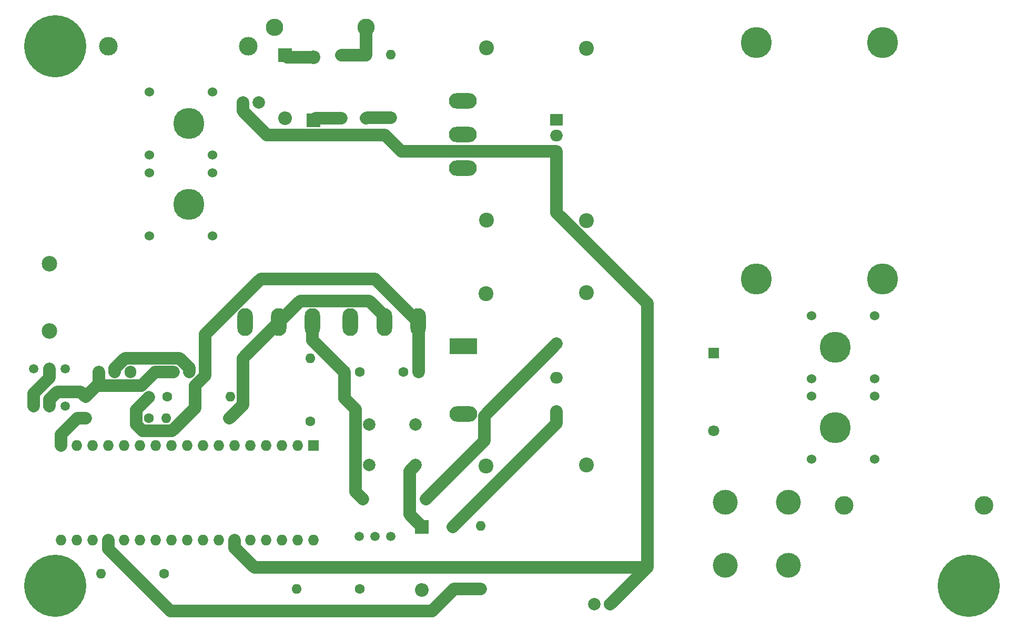
<source format=gbr>
%TF.GenerationSoftware,KiCad,Pcbnew,(5.1.8)-1*%
%TF.CreationDate,2020-11-22T17:52:55+01:00*%
%TF.ProjectId,dcconverter,6463636f-6e76-4657-9274-65722e6b6963,rev?*%
%TF.SameCoordinates,Original*%
%TF.FileFunction,Copper,L4,Bot*%
%TF.FilePolarity,Positive*%
%FSLAX46Y46*%
G04 Gerber Fmt 4.6, Leading zero omitted, Abs format (unit mm)*
G04 Created by KiCad (PCBNEW (5.1.8)-1) date 2020-11-22 17:52:55*
%MOMM*%
%LPD*%
G01*
G04 APERTURE LIST*
%TA.AperFunction,ComponentPad*%
%ADD10C,10.000000*%
%TD*%
%TA.AperFunction,WasherPad*%
%ADD11C,2.400000*%
%TD*%
%TA.AperFunction,ComponentPad*%
%ADD12O,1.727200X1.727200*%
%TD*%
%TA.AperFunction,ComponentPad*%
%ADD13R,1.727200X1.727200*%
%TD*%
%TA.AperFunction,ComponentPad*%
%ADD14O,1.600000X1.600000*%
%TD*%
%TA.AperFunction,ComponentPad*%
%ADD15C,1.600000*%
%TD*%
%TA.AperFunction,ComponentPad*%
%ADD16C,1.500000*%
%TD*%
%TA.AperFunction,ComponentPad*%
%ADD17O,1.905000X2.000000*%
%TD*%
%TA.AperFunction,ComponentPad*%
%ADD18C,1.905000*%
%TD*%
%TA.AperFunction,ComponentPad*%
%ADD19O,2.500000X4.500000*%
%TD*%
%TA.AperFunction,ComponentPad*%
%ADD20O,2.000000X1.905000*%
%TD*%
%TA.AperFunction,ComponentPad*%
%ADD21O,4.500000X2.500000*%
%TD*%
%TA.AperFunction,ComponentPad*%
%ADD22C,5.000000*%
%TD*%
%TA.AperFunction,ComponentPad*%
%ADD23C,2.000000*%
%TD*%
%TA.AperFunction,WasherPad*%
%ADD24C,1.524000*%
%TD*%
%TA.AperFunction,ComponentPad*%
%ADD25C,4.000000*%
%TD*%
%TA.AperFunction,ComponentPad*%
%ADD26C,2.500000*%
%TD*%
%TA.AperFunction,ComponentPad*%
%ADD27R,2.000000X1.905000*%
%TD*%
%TA.AperFunction,ComponentPad*%
%ADD28C,3.000000*%
%TD*%
%TA.AperFunction,ComponentPad*%
%ADD29O,2.800000X2.800000*%
%TD*%
%TA.AperFunction,ComponentPad*%
%ADD30C,2.800000*%
%TD*%
%TA.AperFunction,ComponentPad*%
%ADD31O,2.200000X2.200000*%
%TD*%
%TA.AperFunction,ComponentPad*%
%ADD32R,2.200000X2.200000*%
%TD*%
%TA.AperFunction,ComponentPad*%
%ADD33R,4.500000X2.500000*%
%TD*%
%TA.AperFunction,ComponentPad*%
%ADD34R,1.600000X1.600000*%
%TD*%
%TA.AperFunction,ComponentPad*%
%ADD35C,1.800000*%
%TD*%
%TA.AperFunction,ComponentPad*%
%ADD36R,1.800000X1.800000*%
%TD*%
%TA.AperFunction,Conductor*%
%ADD37C,2.000000*%
%TD*%
G04 APERTURE END LIST*
D10*
%TO.P,REF\u002A\u002A,1*%
%TO.N,N/C*%
X168500000Y-108500000D03*
%TD*%
%TO.P,REF\u002A\u002A,1*%
%TO.N,N/C*%
X21500000Y-108500000D03*
%TD*%
%TO.P,REF\u002A\u002A,1*%
%TO.N,N/C*%
X21500000Y-21500000D03*
%TD*%
D11*
%TO.P,HS-Q2,*%
%TO.N,*%
X106990000Y-61215000D03*
X106990000Y-89015000D03*
%TD*%
%TO.P,HS-Q1,*%
%TO.N,*%
X90830000Y-61405000D03*
X90830000Y-89205000D03*
%TD*%
%TO.P,HS-IC1,*%
%TO.N,*%
X106990000Y-21825000D03*
X106990000Y-49625000D03*
%TD*%
%TO.P,HS-D1,*%
%TO.N,*%
X90855000Y-21745000D03*
X90855000Y-49545000D03*
%TD*%
D12*
%TO.P,XA1,MISO*%
%TO.N,N/C*%
X60520000Y-101120000D03*
%TO.P,XA1,A5*%
X42740000Y-101120000D03*
%TO.P,XA1,A4*%
X40200000Y-101120000D03*
%TO.P,XA1,A3*%
X37660000Y-101120000D03*
%TO.P,XA1,A2*%
X35120000Y-101120000D03*
%TO.P,XA1,A1*%
%TO.N,Net-(R12-Pad1)*%
X32580000Y-101120000D03*
%TO.P,XA1,*%
%TO.N,*%
X47820000Y-101120000D03*
%TO.P,XA1,D11*%
%TO.N,Net-(R11-Pad2)*%
X24960000Y-85880000D03*
%TO.P,XA1,D12*%
%TO.N,Net-(R8-Pad2)*%
X22420000Y-85880000D03*
%TO.P,XA1,D13*%
%TO.N,Net-(R7-Pad2)*%
X22420000Y-101120000D03*
%TO.P,XA1,AREF*%
%TO.N,N/C*%
X27500000Y-101120000D03*
%TO.P,XA1,D10*%
X27500000Y-85880000D03*
%TO.P,XA1,D9*%
X30040000Y-85880000D03*
%TO.P,XA1,D8*%
X32580000Y-85880000D03*
%TO.P,XA1,D7*%
X35120000Y-85880000D03*
%TO.P,XA1,D6*%
X37660000Y-85880000D03*
%TO.P,XA1,D5*%
X40200000Y-85880000D03*
%TO.P,XA1,D4*%
X42740000Y-85880000D03*
%TO.P,XA1,D3*%
X45280000Y-85880000D03*
%TO.P,XA1,D2*%
X47820000Y-85880000D03*
%TO.P,XA1,D1*%
X57980000Y-85880000D03*
%TO.P,XA1,D0*%
X55440000Y-85880000D03*
%TO.P,XA1,SS*%
X60520000Y-85880000D03*
%TO.P,XA1,RST1*%
X52900000Y-101120000D03*
%TO.P,XA1,3V3*%
X24960000Y-101120000D03*
%TO.P,XA1,5V*%
%TO.N,Net-(IC1-Pad3)*%
X50360000Y-101120000D03*
%TO.P,XA1,GND1*%
%TO.N,Net-(C1-Pad2)*%
X55440000Y-101120000D03*
%TO.P,XA1,GND2*%
%TO.N,N/C*%
X50360000Y-85880000D03*
%TO.P,XA1,VIN*%
X57980000Y-101120000D03*
%TO.P,XA1,A0*%
%TO.N,Net-(R1-Pad2)*%
X30040000Y-101120000D03*
%TO.P,XA1,SCK*%
%TO.N,N/C*%
X63060000Y-101120000D03*
D13*
%TO.P,XA1,MOSI*%
X63060000Y-85880000D03*
D12*
%TO.P,XA1,RST2*%
X52900000Y-85880000D03*
%TO.P,XA1,*%
%TO.N,*%
X45280000Y-101120000D03*
%TD*%
D14*
%TO.P,R13,2*%
%TO.N,Net-(R12-Pad1)*%
X71500000Y-33160000D03*
D15*
%TO.P,R13,1*%
%TO.N,Net-(D5-Pad1)*%
X71500000Y-23000000D03*
%TD*%
D14*
%TO.P,R12,2*%
%TO.N,Net-(C1-Pad2)*%
X75500000Y-22840000D03*
D15*
%TO.P,R12,1*%
%TO.N,Net-(R12-Pad1)*%
X75500000Y-33000000D03*
%TD*%
D14*
%TO.P,R11,2*%
%TO.N,Net-(R11-Pad2)*%
X60340000Y-109000000D03*
D15*
%TO.P,R11,1*%
%TO.N,Net-(Q10-Pad2)*%
X70500000Y-109000000D03*
%TD*%
D14*
%TO.P,R10,2*%
%TO.N,Net-(Q10-Pad3)*%
X81160000Y-94500000D03*
D15*
%TO.P,R10,1*%
%TO.N,Net-(C3-Pad1)*%
X71000000Y-94500000D03*
%TD*%
D14*
%TO.P,R9,2*%
%TO.N,Net-(Q5-Pad3)*%
X26340000Y-78000000D03*
D15*
%TO.P,R9,1*%
%TO.N,Net-(C5-Pad1)*%
X36500000Y-78000000D03*
%TD*%
D14*
%TO.P,R8,2*%
%TO.N,Net-(R8-Pad2)*%
X26340000Y-81500000D03*
D15*
%TO.P,R8,1*%
%TO.N,Net-(Q6-Pad2)*%
X36500000Y-81500000D03*
%TD*%
D14*
%TO.P,R7,2*%
%TO.N,Net-(R7-Pad2)*%
X28840000Y-106500000D03*
D15*
%TO.P,R7,1*%
%TO.N,Net-(Q5-Pad2)*%
X39000000Y-106500000D03*
%TD*%
D14*
%TO.P,R6,2*%
%TO.N,Net-(C1-Pad2)*%
X62500000Y-71840000D03*
D15*
%TO.P,R6,1*%
%TO.N,Net-(C4-Pad2)*%
X62500000Y-82000000D03*
%TD*%
D14*
%TO.P,R5,2*%
%TO.N,Net-(C4-Pad1)*%
X67500000Y-33160000D03*
D15*
%TO.P,R5,1*%
%TO.N,Net-(D5-Pad1)*%
X67500000Y-23000000D03*
%TD*%
D14*
%TO.P,R4,2*%
%TO.N,Net-(C1-Pad2)*%
X49660000Y-78000000D03*
D15*
%TO.P,R4,1*%
%TO.N,Net-(C2-Pad2)*%
X39500000Y-78000000D03*
%TD*%
D14*
%TO.P,R3,2*%
%TO.N,Net-(C2-Pad1)*%
X39340000Y-81500000D03*
D15*
%TO.P,R3,1*%
%TO.N,Net-(D5-Pad1)*%
X49500000Y-81500000D03*
%TD*%
D14*
%TO.P,R2,2*%
%TO.N,Net-(C1-Pad2)*%
X90000000Y-98840000D03*
D15*
%TO.P,R2,1*%
%TO.N,Net-(R1-Pad2)*%
X90000000Y-109000000D03*
%TD*%
D14*
%TO.P,R1,2*%
%TO.N,Net-(R1-Pad2)*%
X85500000Y-109160000D03*
D15*
%TO.P,R1,1*%
%TO.N,Net-(C1-Pad1)*%
X85500000Y-99000000D03*
%TD*%
D16*
%TO.P,Q10,1*%
%TO.N,Net-(C1-Pad2)*%
X75500000Y-100500000D03*
%TO.P,Q10,2*%
%TO.N,Net-(Q10-Pad2)*%
X70420000Y-100500000D03*
%TO.P,Q10,3*%
%TO.N,Net-(Q10-Pad3)*%
X72960000Y-100500000D03*
%TD*%
D17*
%TO.P,Q8,1*%
%TO.N,Net-(C1-Pad2)*%
X33580000Y-74000000D03*
%TO.P,Q8,3*%
%TO.N,Net-(Q1-Pad3)*%
X31040000Y-74000000D03*
D18*
%TO.P,Q8,2*%
%TO.N,Net-(Q5-Pad3)*%
X28500000Y-74000000D03*
%TD*%
D17*
%TO.P,Q7,2*%
%TO.N,Net-(C5-Pad1)*%
X45580000Y-74000000D03*
%TO.P,Q7,3*%
%TO.N,Net-(Q1-Pad3)*%
X43040000Y-74000000D03*
D18*
%TO.P,Q7,1*%
%TO.N,Net-(Q5-Pad3)*%
X40500000Y-74000000D03*
%TD*%
D16*
%TO.P,Q6,1*%
%TO.N,Net-(C1-Pad2)*%
X18000000Y-73500000D03*
%TO.P,Q6,2*%
%TO.N,Net-(Q6-Pad2)*%
X23080000Y-73500000D03*
%TO.P,Q6,3*%
%TO.N,Net-(Q5-Pad1)*%
X20540000Y-73500000D03*
%TD*%
%TO.P,Q5,1*%
%TO.N,Net-(Q5-Pad1)*%
X18000000Y-79500000D03*
%TO.P,Q5,2*%
%TO.N,Net-(Q5-Pad2)*%
X23080000Y-79500000D03*
%TO.P,Q5,3*%
%TO.N,Net-(Q5-Pad3)*%
X20540000Y-79500000D03*
%TD*%
D19*
%TO.P,Q4,1*%
%TO.N,Net-(C5-Pad1)*%
X79900000Y-66000000D03*
%TO.P,Q4,3*%
%TO.N,Net-(D5-Pad1)*%
X74450000Y-66000000D03*
%TO.P,Q4,2*%
%TO.N,Net-(C4-Pad1)*%
X69000000Y-66000000D03*
%TD*%
%TO.P,Q3,1*%
%TO.N,Net-(C3-Pad1)*%
X62900000Y-66000000D03*
%TO.P,Q3,3*%
%TO.N,Net-(D5-Pad1)*%
X57450000Y-66000000D03*
%TO.P,Q3,2*%
%TO.N,Net-(C2-Pad1)*%
X52000000Y-66000000D03*
%TD*%
D20*
%TO.P,Q2,3*%
%TO.N,Net-(C1-Pad1)*%
X102190000Y-80380000D03*
%TO.P,Q2,2*%
%TO.N,Net-(F2-Pad2)*%
X102190000Y-74930000D03*
D18*
%TO.P,Q2,1*%
%TO.N,Net-(Q10-Pad3)*%
X102190000Y-69480000D03*
%TD*%
D21*
%TO.P,Q1,2*%
%TO.N,Net-(D1-Pad1)*%
X87100000Y-41200000D03*
%TO.P,Q1,1*%
%TO.N,Net-(D5-Pad1)*%
X87100000Y-35750000D03*
%TO.P,Q1,3*%
%TO.N,Net-(Q1-Pad3)*%
X87100000Y-30300000D03*
%TD*%
D22*
%TO.P,L1,2*%
%TO.N,Net-(D1-Pad1)*%
X134340000Y-20950000D03*
%TO.P,L1,4*%
%TO.N,Net-(C1-Pad1)*%
X134340000Y-59050000D03*
%TO.P,L1,1*%
%TO.N,Net-(D1-Pad1)*%
X154660000Y-20950000D03*
%TO.P,L1,3*%
%TO.N,Net-(C1-Pad1)*%
X154660000Y-59050000D03*
%TD*%
D23*
%TO.P,J8,2*%
%TO.N,Net-(IC1-Pad3)*%
X51690000Y-30540000D03*
%TO.P,J8,1*%
%TO.N,Net-(C1-Pad2)*%
X54230000Y-30540000D03*
%TD*%
%TO.P,J7,2*%
%TO.N,Net-(IC1-Pad3)*%
X110810000Y-111460000D03*
%TO.P,J7,1*%
%TO.N,Net-(C1-Pad2)*%
X108270000Y-111460000D03*
%TD*%
D22*
%TO.P,J6,1*%
%TO.N,Net-(C1-Pad2)*%
X147000000Y-83000000D03*
D24*
%TO.P,J6,*%
%TO.N,*%
X153360000Y-88080000D03*
X143200000Y-77920000D03*
X143200000Y-88080000D03*
X153360000Y-77920000D03*
%TD*%
D22*
%TO.P,J5,1*%
%TO.N,Net-(F2-Pad1)*%
X147000000Y-70000000D03*
D24*
%TO.P,J5,*%
%TO.N,*%
X153360000Y-75080000D03*
X143200000Y-64920000D03*
X143200000Y-75080000D03*
X153360000Y-64920000D03*
%TD*%
D25*
%TO.P,J4,2*%
%TO.N,Net-(C1-Pad2)*%
X129340000Y-95000000D03*
X129340000Y-105160000D03*
%TO.P,J4,1*%
%TO.N,Net-(F2-Pad1)*%
X139500000Y-105160000D03*
X139500000Y-95000000D03*
%TD*%
D22*
%TO.P,J3,1*%
%TO.N,Net-(C1-Pad2)*%
X43000000Y-47000000D03*
D24*
%TO.P,J3,*%
%TO.N,*%
X36640000Y-41920000D03*
X46800000Y-52080000D03*
X46800000Y-41920000D03*
X36640000Y-52080000D03*
%TD*%
D22*
%TO.P,J2,1*%
%TO.N,Net-(F1-Pad2)*%
X43000000Y-34000000D03*
D24*
%TO.P,J2,*%
%TO.N,*%
X36640000Y-28920000D03*
X46800000Y-39080000D03*
X46800000Y-28920000D03*
X36640000Y-39080000D03*
%TD*%
D26*
%TO.P,J1,1*%
%TO.N,Net-(F1-Pad2)*%
X20500000Y-56600000D03*
%TO.P,J1,2*%
%TO.N,Net-(C1-Pad2)*%
X20500000Y-67400000D03*
%TD*%
D20*
%TO.P,IC1,3*%
%TO.N,Net-(IC1-Pad3)*%
X102190000Y-38465000D03*
%TO.P,IC1,2*%
%TO.N,Net-(C1-Pad2)*%
X102190000Y-35925000D03*
D27*
%TO.P,IC1,1*%
%TO.N,Net-(C3-Pad1)*%
X102190000Y-33385000D03*
%TD*%
D28*
%TO.P,F2,2*%
%TO.N,Net-(F2-Pad2)*%
X148500000Y-95500000D03*
%TO.P,F2,1*%
%TO.N,Net-(F2-Pad1)*%
X171000000Y-95500000D03*
%TD*%
%TO.P,F1,2*%
%TO.N,Net-(F1-Pad2)*%
X30000000Y-21500000D03*
%TO.P,F1,1*%
%TO.N,Net-(D5-Pad2)*%
X52500000Y-21500000D03*
%TD*%
D29*
%TO.P,D5,2*%
%TO.N,Net-(D5-Pad2)*%
X56800000Y-18500000D03*
D30*
%TO.P,D5,1*%
%TO.N,Net-(D5-Pad1)*%
X71500000Y-18500000D03*
%TD*%
D31*
%TO.P,D4,2*%
%TO.N,Net-(C1-Pad2)*%
X58500000Y-33160000D03*
D32*
%TO.P,D4,1*%
%TO.N,Net-(D3-Pad2)*%
X58500000Y-23000000D03*
%TD*%
D31*
%TO.P,D3,2*%
%TO.N,Net-(D3-Pad2)*%
X63000000Y-23340000D03*
D32*
%TO.P,D3,1*%
%TO.N,Net-(C4-Pad1)*%
X63000000Y-33500000D03*
%TD*%
D31*
%TO.P,D2,2*%
%TO.N,Net-(C1-Pad2)*%
X80500000Y-109160000D03*
D32*
%TO.P,D2,1*%
%TO.N,Net-(C2-Pad1)*%
X80500000Y-99000000D03*
%TD*%
D21*
%TO.P,D1,2*%
%TO.N,Net-(C1-Pad2)*%
X87130000Y-80805000D03*
D33*
%TO.P,D1,1*%
%TO.N,Net-(D1-Pad1)*%
X87130000Y-69905000D03*
%TD*%
D15*
%TO.P,C5,2*%
%TO.N,Net-(C1-Pad2)*%
X77500000Y-74000000D03*
D34*
%TO.P,C5,1*%
%TO.N,Net-(C5-Pad1)*%
X80000000Y-74000000D03*
%TD*%
D23*
%TO.P,C4,2*%
%TO.N,Net-(C4-Pad2)*%
X79500000Y-82500000D03*
%TO.P,C4,1*%
%TO.N,Net-(C4-Pad1)*%
X72000000Y-82500000D03*
%TD*%
D15*
%TO.P,C3,2*%
%TO.N,Net-(C1-Pad2)*%
X70500000Y-74000000D03*
D34*
%TO.P,C3,1*%
%TO.N,Net-(C3-Pad1)*%
X68000000Y-74000000D03*
%TD*%
D23*
%TO.P,C2,2*%
%TO.N,Net-(C2-Pad2)*%
X72000000Y-89000000D03*
%TO.P,C2,1*%
%TO.N,Net-(C2-Pad1)*%
X79500000Y-89000000D03*
%TD*%
D35*
%TO.P,C1,2*%
%TO.N,Net-(C1-Pad2)*%
X127500000Y-83500000D03*
D36*
%TO.P,C1,1*%
%TO.N,Net-(C1-Pad1)*%
X127500000Y-71000000D03*
%TD*%
D37*
%TO.N,Net-(C1-Pad1)*%
X102190000Y-82310000D02*
X102190000Y-80380000D01*
X85500000Y-99000000D02*
X102190000Y-82310000D01*
%TO.N,Net-(C2-Pad1)*%
X78500001Y-97000001D02*
X80500000Y-99000000D01*
X78500001Y-89999999D02*
X78500001Y-97000001D01*
X79500000Y-89000000D02*
X78500001Y-89999999D01*
%TO.N,Net-(C3-Pad1)*%
X62900000Y-68900000D02*
X68000000Y-74000000D01*
X62900000Y-66000000D02*
X62900000Y-68900000D01*
X69799999Y-80028717D02*
X69799999Y-93299999D01*
X69799999Y-93299999D02*
X71000000Y-94500000D01*
X68000000Y-78228718D02*
X69799999Y-80028717D01*
X68000000Y-74000000D02*
X68000000Y-78228718D01*
%TO.N,Net-(C4-Pad1)*%
X63340000Y-33160000D02*
X63000000Y-33500000D01*
X67500000Y-33160000D02*
X63340000Y-33160000D01*
%TO.N,Net-(C5-Pad1)*%
X80000000Y-66100000D02*
X79900000Y-66000000D01*
X80000000Y-74000000D02*
X80000000Y-66100000D01*
X45580000Y-67955163D02*
X54535163Y-59000000D01*
X45580000Y-74000000D02*
X45580000Y-67955163D01*
X72900000Y-59000000D02*
X79900000Y-66000000D01*
X54535163Y-59000000D02*
X72900000Y-59000000D01*
X34499999Y-80151282D02*
X36575641Y-78075640D01*
X34499999Y-82460001D02*
X34499999Y-80151282D01*
X35539999Y-83500001D02*
X34499999Y-82460001D01*
X40300001Y-83500001D02*
X35539999Y-83500001D01*
X43951273Y-79848729D02*
X40300001Y-83500001D01*
X43951273Y-76200010D02*
X43951273Y-79848729D01*
X45580000Y-74571283D02*
X43951273Y-76200010D01*
X45580000Y-74000000D02*
X45580000Y-74571283D01*
%TO.N,Net-(D3-Pad2)*%
X58840000Y-23340000D02*
X58500000Y-23000000D01*
X63000000Y-23340000D02*
X58840000Y-23340000D01*
%TO.N,Net-(D5-Pad1)*%
X51660001Y-71789999D02*
X57450000Y-66000000D01*
X51660001Y-79339999D02*
X51660001Y-71789999D01*
X49500000Y-81500000D02*
X51660001Y-79339999D01*
X74450000Y-66000000D02*
X74450000Y-64950000D01*
X60900010Y-62549990D02*
X57450000Y-66000000D01*
X72049990Y-62549990D02*
X60900010Y-62549990D01*
X74450000Y-64950000D02*
X72049990Y-62549990D01*
X71500000Y-23000000D02*
X67500000Y-23000000D01*
X71500000Y-18500000D02*
X71500000Y-23000000D01*
%TO.N,Net-(IC1-Pad3)*%
X50360000Y-102341314D02*
X50360000Y-101120000D01*
X53518686Y-105500000D02*
X50360000Y-102341314D01*
X116764213Y-105500000D02*
X53518686Y-105500000D01*
X51690000Y-31954213D02*
X51690000Y-30540000D01*
X55535788Y-35800001D02*
X51690000Y-31954213D01*
X74542003Y-35800001D02*
X55535788Y-35800001D01*
X77207002Y-38465000D02*
X74542003Y-35800001D01*
X102190000Y-38465000D02*
X77207002Y-38465000D01*
X116764213Y-62951215D02*
X116764213Y-105500000D01*
X102190000Y-48377002D02*
X116764213Y-62951215D01*
X102190000Y-38465000D02*
X102190000Y-48377002D01*
X116764213Y-105505787D02*
X116764213Y-105500000D01*
X110810000Y-111460000D02*
X116764213Y-105505787D01*
%TO.N,Net-(Q1-Pad3)*%
X31040000Y-73448392D02*
X31040000Y-74000000D01*
X32688402Y-71799990D02*
X31040000Y-73448392D01*
X41485692Y-71799990D02*
X32688402Y-71799990D01*
X43040000Y-73354298D02*
X41485692Y-71799990D01*
X43040000Y-74000000D02*
X43040000Y-73354298D01*
%TO.N,Net-(Q10-Pad3)*%
X90580010Y-81089990D02*
X102190000Y-69480000D01*
X90580010Y-85079990D02*
X90580010Y-81089990D01*
X81160000Y-94500000D02*
X90580010Y-85079990D01*
%TO.N,Net-(Q5-Pad1)*%
X20540000Y-73500000D02*
X20540000Y-74960000D01*
X18000000Y-77500000D02*
X18000000Y-79500000D01*
X20540000Y-74960000D02*
X18000000Y-77500000D01*
%TO.N,Net-(Q5-Pad3)*%
X20540000Y-79500000D02*
X20540000Y-78460000D01*
X25540001Y-77200001D02*
X26340000Y-78000000D01*
X21799999Y-77200001D02*
X25540001Y-77200001D01*
X20540000Y-78460000D02*
X21799999Y-77200001D01*
X28500000Y-75840000D02*
X26340000Y-78000000D01*
X28500000Y-74000000D02*
X28500000Y-75840000D01*
X28860010Y-76200010D02*
X28500000Y-75840000D01*
X35339988Y-76200010D02*
X28860010Y-76200010D01*
X37539998Y-74000000D02*
X35339988Y-76200010D01*
X40500000Y-74000000D02*
X37539998Y-74000000D01*
%TO.N,Net-(R1-Pad2)*%
X85660000Y-109000000D02*
X85500000Y-109160000D01*
X90000000Y-109000000D02*
X85660000Y-109000000D01*
X85500000Y-109160000D02*
X82160000Y-112500000D01*
X30040000Y-102540000D02*
X30040000Y-101120000D01*
X40000000Y-112500000D02*
X30040000Y-102540000D01*
X82160000Y-112500000D02*
X40000000Y-112500000D01*
%TO.N,Net-(R8-Pad2)*%
X26340000Y-81500000D02*
X25000000Y-81500000D01*
X22420000Y-84080000D02*
X22420000Y-85880000D01*
X25000000Y-81500000D02*
X22420000Y-84080000D01*
%TO.N,Net-(R12-Pad1)*%
X71660000Y-33000000D02*
X71500000Y-33160000D01*
X75500000Y-33000000D02*
X71660000Y-33000000D01*
%TD*%
M02*

</source>
